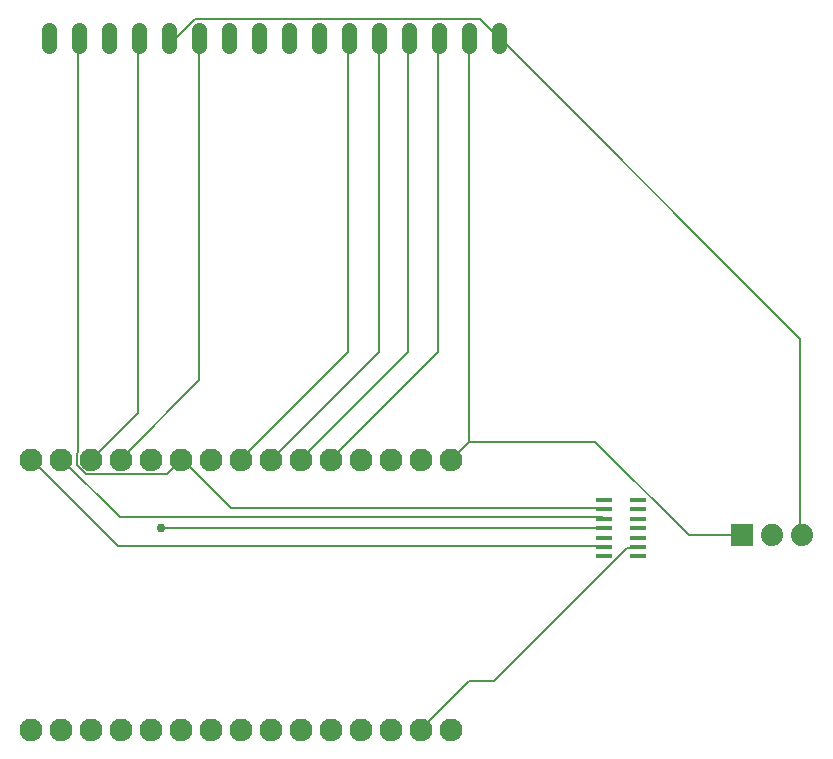
<source format=gbr>
G04 EAGLE Gerber RS-274X export*
G75*
%MOMM*%
%FSLAX34Y34*%
%LPD*%
%INTop Copper*%
%IPPOS*%
%AMOC8*
5,1,8,0,0,1.08239X$1,22.5*%
G01*
%ADD10R,1.397000X0.350000*%
%ADD11C,1.930400*%
%ADD12R,1.879600X1.879600*%
%ADD13C,1.879600*%
%ADD14C,1.308000*%
%ADD15C,0.152400*%
%ADD16C,0.756400*%


D10*
X600184Y492516D03*
X600184Y500516D03*
X600184Y508516D03*
X600184Y516516D03*
X600184Y524516D03*
X600184Y532516D03*
X600184Y540516D03*
X629304Y492516D03*
X629304Y500516D03*
X629304Y508516D03*
X629304Y516516D03*
X629304Y524516D03*
X629304Y532516D03*
X629304Y540516D03*
D11*
X115571Y345964D03*
X140971Y345964D03*
X166371Y345964D03*
X191771Y345964D03*
X217171Y345964D03*
X242571Y345964D03*
X267971Y345964D03*
X293371Y345964D03*
X318771Y345964D03*
X344171Y345964D03*
X369571Y345964D03*
X394971Y345964D03*
X420371Y345964D03*
X445771Y345964D03*
X471171Y345964D03*
X115571Y574564D03*
X140971Y574564D03*
X166371Y574564D03*
X191771Y574564D03*
X217171Y574564D03*
X242571Y574564D03*
X267971Y574564D03*
X293371Y574564D03*
X318771Y574564D03*
X344171Y574564D03*
X369571Y574564D03*
X394971Y574564D03*
X420371Y574564D03*
X445771Y574564D03*
X471171Y574564D03*
D12*
X717277Y510393D03*
D13*
X742677Y510393D03*
X768077Y510393D03*
D14*
X130800Y924960D02*
X130800Y938040D01*
X156200Y938040D02*
X156200Y924960D01*
X181600Y924960D02*
X181600Y938040D01*
X207000Y938040D02*
X207000Y924960D01*
X232400Y924960D02*
X232400Y938040D01*
X257800Y938040D02*
X257800Y924960D01*
X283200Y924960D02*
X283200Y938040D01*
X308600Y938040D02*
X308600Y924960D01*
X334000Y924960D02*
X334000Y938040D01*
X359400Y938040D02*
X359400Y924960D01*
X384800Y924960D02*
X384800Y938040D01*
X410200Y938040D02*
X410200Y924960D01*
X435600Y924960D02*
X435600Y938040D01*
X461000Y938040D02*
X461000Y924960D01*
X486400Y924960D02*
X486400Y938040D01*
X511800Y938040D02*
X511800Y924960D01*
D15*
X598932Y525780D02*
X190500Y525780D01*
X141732Y574548D01*
X598932Y525780D02*
X600184Y524516D01*
X141732Y574548D02*
X140971Y574564D01*
X225552Y516636D02*
X598932Y516636D01*
X600184Y516516D01*
X205740Y614172D02*
X205740Y931164D01*
X205740Y614172D02*
X167640Y576072D01*
X205740Y931164D02*
X207000Y931500D01*
X167640Y576072D02*
X166371Y574564D01*
D16*
X225552Y516636D03*
D15*
X188976Y501396D02*
X598932Y501396D01*
X188976Y501396D02*
X115824Y574548D01*
X598932Y501396D02*
X600184Y500516D01*
X115824Y574548D02*
X115571Y574564D01*
X620268Y499872D02*
X627888Y499872D01*
X620268Y499872D02*
X507492Y387096D01*
X486156Y387096D01*
X446532Y347472D01*
X627888Y499872D02*
X629304Y500516D01*
X446532Y347472D02*
X445771Y345964D01*
X460248Y665988D02*
X460248Y931164D01*
X460248Y665988D02*
X370332Y576072D01*
X460248Y931164D02*
X461000Y931500D01*
X370332Y576072D02*
X369571Y574564D01*
X434340Y665988D02*
X434340Y931164D01*
X434340Y665988D02*
X344424Y576072D01*
X434340Y931164D02*
X435600Y931500D01*
X344424Y576072D02*
X344171Y574564D01*
X409956Y665988D02*
X409956Y931164D01*
X409956Y665988D02*
X320040Y576072D01*
X409956Y931164D02*
X410200Y931500D01*
X320040Y576072D02*
X318771Y574564D01*
X384048Y665988D02*
X384048Y931164D01*
X384048Y665988D02*
X294132Y576072D01*
X384048Y931164D02*
X384800Y931500D01*
X294132Y576072D02*
X293371Y574564D01*
X257556Y641604D02*
X257556Y931164D01*
X257556Y641604D02*
X192024Y576072D01*
X257556Y931164D02*
X257800Y931500D01*
X192024Y576072D02*
X191771Y574564D01*
X284988Y533400D02*
X598932Y533400D01*
X284988Y533400D02*
X243840Y574548D01*
X598932Y533400D02*
X600184Y532516D01*
X243840Y574548D02*
X242571Y574564D01*
X155448Y580644D02*
X155448Y931164D01*
X155448Y580644D02*
X153924Y579120D01*
X153924Y569976D01*
X161544Y562356D01*
X230124Y562356D01*
X242316Y574548D01*
X155448Y931164D02*
X156200Y931500D01*
X242316Y574548D02*
X242571Y574564D01*
X239268Y932688D02*
X233172Y932688D01*
X239268Y932688D02*
X254508Y947928D01*
X495300Y947928D01*
X510540Y932688D01*
X233172Y932688D02*
X232400Y931500D01*
X510540Y932688D02*
X511800Y931500D01*
X766572Y676656D02*
X766572Y510540D01*
X766572Y676656D02*
X512064Y931164D01*
X766572Y510540D02*
X768077Y510393D01*
X512064Y931164D02*
X511800Y931500D01*
X486156Y931164D02*
X486156Y589788D01*
X472440Y576072D01*
X486156Y931164D02*
X486400Y931500D01*
X472440Y576072D02*
X471171Y574564D01*
X672084Y510540D02*
X716280Y510540D01*
X672084Y510540D02*
X592836Y589788D01*
X486156Y589788D01*
X716280Y510540D02*
X717277Y510393D01*
M02*

</source>
